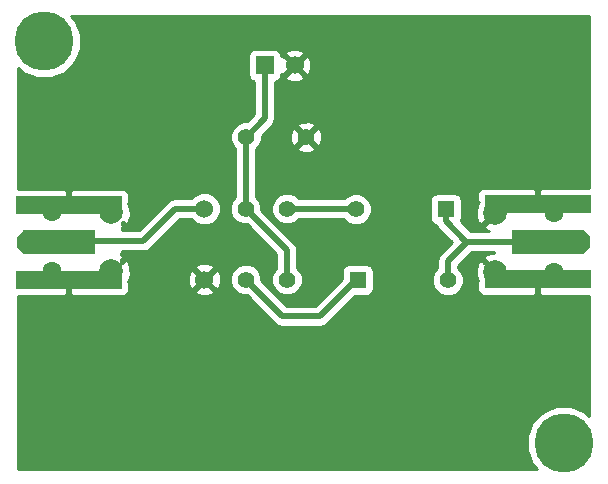
<source format=gbl>
G04 #@! TF.FileFunction,Copper,L2,Bot,Signal*
%FSLAX45Y45*%
G04 Gerber Fmt 4.5, Leading zero omitted, Abs format (unit mm)*
G04 Created by KiCad (PCBNEW (2015-01-25 BZR 5388)-product) date Mo 03 Aug 2015 14:15:33 CEST*
%MOMM*%
G01*
G04 APERTURE LIST*
%ADD10C,0.150000*%
%ADD11C,5.001260*%
%ADD12R,1.524000X1.524000*%
%ADD13C,1.524000*%
%ADD14R,1.422400X1.422400*%
%ADD15C,1.422400*%
%ADD16C,1.397000*%
%ADD17R,8.999220X1.524000*%
%ADD18R,6.096000X1.998980*%
%ADD19C,1.998980*%
%ADD20C,1.600200*%
%ADD21C,0.508000*%
%ADD22C,0.254000*%
G04 APERTURE END LIST*
D10*
D11*
X17100042Y-9900158D03*
X12700000Y-6499860D03*
D12*
X14568932Y-6703060D03*
D13*
X14822932Y-6703060D03*
D14*
X15356078Y-8520938D03*
D15*
X16118078Y-8520938D03*
D14*
X16102076Y-7919974D03*
D15*
X15340076Y-7919974D03*
D16*
X14409928Y-7311898D03*
X14917928Y-7311898D03*
D13*
X14056868Y-7916926D03*
X14056868Y-8516874D03*
D16*
X14406880Y-7916926D03*
X14406880Y-8516874D03*
X14756892Y-7916926D03*
X14756892Y-8516874D03*
D17*
X12910074Y-8519484D03*
D10*
G36*
X12520819Y-8103051D02*
X12520819Y-8302949D01*
X12470781Y-8243005D01*
X12470781Y-8162995D01*
X12520819Y-8103051D01*
X12520819Y-8103051D01*
G37*
D17*
X12910074Y-7887024D03*
D18*
X12826000Y-8203000D03*
D19*
X13020056Y-8197920D03*
D20*
X12770120Y-7947984D03*
X12770120Y-8448110D03*
D19*
X13269992Y-8448110D03*
X13269992Y-7947984D03*
D17*
X16879926Y-7880516D03*
D10*
G36*
X17269181Y-8296949D02*
X17269181Y-8097051D01*
X17319219Y-8156995D01*
X17319219Y-8237005D01*
X17269181Y-8296949D01*
X17269181Y-8296949D01*
G37*
D17*
X16879926Y-8512976D03*
D18*
X16964000Y-8197000D03*
D19*
X16769944Y-8202080D03*
D20*
X17019880Y-8452016D03*
X17019880Y-7951890D03*
D19*
X16520008Y-7951890D03*
X16520008Y-8452016D03*
D21*
X14406880Y-7314946D02*
X14568932Y-7152894D01*
X14568932Y-7152894D02*
X14568932Y-6703060D01*
X14406880Y-7916926D02*
X14406880Y-7314946D01*
X14756892Y-8266938D02*
X14406880Y-7916926D01*
X14756892Y-8516874D02*
X14756892Y-8266938D01*
X16118078Y-8520938D02*
X16118078Y-8361922D01*
X16118078Y-8361922D02*
X16283000Y-8197000D01*
X16964000Y-8197000D02*
X17294200Y-8197000D01*
X16102076Y-7919974D02*
X16102076Y-8022076D01*
X16277000Y-8197000D02*
X16283000Y-8197000D01*
X16283000Y-8197000D02*
X16964000Y-8197000D01*
X16102076Y-8022076D02*
X16277000Y-8197000D01*
X15337028Y-7916926D02*
X15340076Y-7919974D01*
X14756892Y-7916926D02*
X15337028Y-7916926D01*
X15341092Y-8520938D02*
X15034006Y-8828024D01*
X15034006Y-8828024D02*
X14718030Y-8828024D01*
X14718030Y-8828024D02*
X14406880Y-8516874D01*
X15356078Y-8520938D02*
X15341092Y-8520938D01*
X12826000Y-8203000D02*
X12495800Y-8203000D01*
X14056868Y-7916926D02*
X13813074Y-7916926D01*
X13540000Y-8190000D02*
X12839000Y-8190000D01*
X13813074Y-7916926D02*
X13540000Y-8190000D01*
X12839000Y-8190000D02*
X12826000Y-8203000D01*
D22*
G36*
X17317466Y-9674129D02*
X17277893Y-9634487D01*
X17162687Y-9586650D01*
X17037944Y-9586541D01*
X16922655Y-9634177D01*
X16834371Y-9722307D01*
X16786534Y-9837513D01*
X16786425Y-9962256D01*
X16834061Y-10077545D01*
X16873775Y-10117328D01*
X15491942Y-10117328D01*
X15491942Y-8592058D01*
X15491942Y-8449818D01*
X15487244Y-8425606D01*
X15474719Y-8406539D01*
X15474719Y-7893314D01*
X15454268Y-7843817D01*
X15416432Y-7805915D01*
X15366971Y-7785377D01*
X15313416Y-7785331D01*
X15263919Y-7805782D01*
X15241637Y-7828026D01*
X15052521Y-7828026D01*
X15052521Y-7331150D01*
X15049643Y-7278178D01*
X15034908Y-7242605D01*
X15011347Y-7236440D01*
X14993386Y-7254400D01*
X14993386Y-7218479D01*
X14987221Y-7194918D01*
X14963846Y-7186691D01*
X14963846Y-6723830D01*
X14961068Y-6668323D01*
X14945172Y-6629946D01*
X14920953Y-6622999D01*
X14902993Y-6640960D01*
X14902993Y-6605039D01*
X14896046Y-6580820D01*
X14843702Y-6562146D01*
X14788195Y-6564924D01*
X14749818Y-6580820D01*
X14742871Y-6605039D01*
X14822932Y-6685099D01*
X14902993Y-6605039D01*
X14902993Y-6640960D01*
X14840892Y-6703060D01*
X14920953Y-6783121D01*
X14945172Y-6776174D01*
X14963846Y-6723830D01*
X14963846Y-7186691D01*
X14937180Y-7177305D01*
X14902993Y-7179163D01*
X14902993Y-6801081D01*
X14822932Y-6721020D01*
X14742871Y-6801081D01*
X14749818Y-6825300D01*
X14802162Y-6843974D01*
X14857669Y-6841196D01*
X14896046Y-6825300D01*
X14902993Y-6801081D01*
X14902993Y-7179163D01*
X14884208Y-7180183D01*
X14848635Y-7194918D01*
X14842470Y-7218479D01*
X14917928Y-7293937D01*
X14993386Y-7218479D01*
X14993386Y-7254400D01*
X14935888Y-7311898D01*
X15011347Y-7387356D01*
X15034908Y-7381191D01*
X15052521Y-7331150D01*
X15052521Y-7828026D01*
X14993386Y-7828026D01*
X14993386Y-7405317D01*
X14917928Y-7329858D01*
X14899967Y-7347819D01*
X14899967Y-7311898D01*
X14824509Y-7236440D01*
X14800948Y-7242605D01*
X14783335Y-7292646D01*
X14786213Y-7345618D01*
X14800948Y-7381191D01*
X14824509Y-7387356D01*
X14899967Y-7311898D01*
X14899967Y-7347819D01*
X14842470Y-7405317D01*
X14848635Y-7428878D01*
X14898676Y-7446491D01*
X14951648Y-7443613D01*
X14987221Y-7428878D01*
X14993386Y-7405317D01*
X14993386Y-7828026D01*
X14856568Y-7828026D01*
X14832527Y-7803943D01*
X14783533Y-7783599D01*
X14730483Y-7783553D01*
X14681454Y-7803811D01*
X14643909Y-7841291D01*
X14623565Y-7890285D01*
X14623519Y-7943335D01*
X14643777Y-7992364D01*
X14681257Y-8029909D01*
X14730251Y-8050253D01*
X14783301Y-8050299D01*
X14832330Y-8030041D01*
X14856587Y-8005826D01*
X15235563Y-8005826D01*
X15263720Y-8034033D01*
X15313181Y-8054571D01*
X15366736Y-8054617D01*
X15416232Y-8034166D01*
X15454135Y-7996330D01*
X15474673Y-7946869D01*
X15474719Y-7893314D01*
X15474719Y-8406539D01*
X15473265Y-8404325D01*
X15452162Y-8390080D01*
X15427198Y-8385074D01*
X15284958Y-8385074D01*
X15260746Y-8389772D01*
X15239465Y-8403751D01*
X15225220Y-8424854D01*
X15220214Y-8449818D01*
X15220214Y-8516092D01*
X14997182Y-8739124D01*
X14890265Y-8739124D01*
X14890265Y-8490465D01*
X14870007Y-8441436D01*
X14845792Y-8417179D01*
X14845792Y-8266938D01*
X14839025Y-8232917D01*
X14839025Y-8232917D01*
X14819754Y-8204076D01*
X14540223Y-7924546D01*
X14540253Y-7890517D01*
X14519995Y-7841488D01*
X14495780Y-7817231D01*
X14495780Y-7414617D01*
X14522911Y-7387533D01*
X14543255Y-7338539D01*
X14543285Y-7304265D01*
X14631794Y-7215756D01*
X14651065Y-7186915D01*
X14657832Y-7152894D01*
X14657832Y-6841540D01*
X14669344Y-6839306D01*
X14690625Y-6825327D01*
X14704870Y-6804224D01*
X14709876Y-6779260D01*
X14709876Y-6778808D01*
X14724911Y-6783121D01*
X14804971Y-6703060D01*
X14724911Y-6622999D01*
X14709876Y-6627311D01*
X14709876Y-6626860D01*
X14705178Y-6602648D01*
X14691199Y-6581367D01*
X14670096Y-6567122D01*
X14645132Y-6562116D01*
X14492732Y-6562116D01*
X14468520Y-6566814D01*
X14447239Y-6580793D01*
X14432994Y-6601896D01*
X14427988Y-6626860D01*
X14427988Y-6779260D01*
X14432686Y-6803472D01*
X14446665Y-6824753D01*
X14467768Y-6838998D01*
X14480032Y-6841457D01*
X14480032Y-7116070D01*
X14417548Y-7178554D01*
X14383519Y-7178525D01*
X14334490Y-7198783D01*
X14296945Y-7236263D01*
X14276601Y-7285257D01*
X14276555Y-7338307D01*
X14296813Y-7387336D01*
X14317980Y-7408539D01*
X14317980Y-7817250D01*
X14293897Y-7841291D01*
X14273553Y-7890285D01*
X14273507Y-7943335D01*
X14293765Y-7992364D01*
X14331245Y-8029909D01*
X14380239Y-8050253D01*
X14414513Y-8050283D01*
X14667992Y-8303762D01*
X14667992Y-8417198D01*
X14643909Y-8441239D01*
X14623565Y-8490233D01*
X14623519Y-8543283D01*
X14643777Y-8592312D01*
X14681257Y-8629857D01*
X14730251Y-8650201D01*
X14783301Y-8650247D01*
X14832330Y-8629989D01*
X14869875Y-8592509D01*
X14890219Y-8543515D01*
X14890265Y-8490465D01*
X14890265Y-8739124D01*
X14754854Y-8739124D01*
X14540223Y-8524494D01*
X14540253Y-8490465D01*
X14519995Y-8441436D01*
X14482515Y-8403891D01*
X14433521Y-8383547D01*
X14380471Y-8383501D01*
X14331442Y-8403759D01*
X14293897Y-8441239D01*
X14273553Y-8490233D01*
X14273507Y-8543283D01*
X14293765Y-8592312D01*
X14331245Y-8629857D01*
X14380239Y-8650201D01*
X14414513Y-8650231D01*
X14655168Y-8890886D01*
X14684009Y-8910157D01*
X14718030Y-8916924D01*
X15034006Y-8916924D01*
X15068026Y-8910157D01*
X15068027Y-8910157D01*
X15096868Y-8890886D01*
X15330952Y-8656802D01*
X15427198Y-8656802D01*
X15451410Y-8652104D01*
X15472691Y-8638125D01*
X15486936Y-8617022D01*
X15491942Y-8592058D01*
X15491942Y-10117328D01*
X14197782Y-10117328D01*
X14197782Y-8537644D01*
X14195004Y-8482137D01*
X14179108Y-8443760D01*
X14154889Y-8436813D01*
X14136929Y-8454774D01*
X14136929Y-8418853D01*
X14129982Y-8394634D01*
X14077638Y-8375960D01*
X14022131Y-8378738D01*
X13983754Y-8394634D01*
X13976807Y-8418853D01*
X14056868Y-8498914D01*
X14136929Y-8418853D01*
X14136929Y-8454774D01*
X14074828Y-8516874D01*
X14154889Y-8596935D01*
X14179108Y-8589988D01*
X14197782Y-8537644D01*
X14197782Y-10117328D01*
X14136929Y-10117328D01*
X14136929Y-8614895D01*
X14056868Y-8534835D01*
X14038907Y-8552795D01*
X14038907Y-8516874D01*
X13958847Y-8436813D01*
X13934628Y-8443760D01*
X13915954Y-8496104D01*
X13918732Y-8551611D01*
X13934628Y-8589988D01*
X13958847Y-8596935D01*
X14038907Y-8516874D01*
X14038907Y-8552795D01*
X13976807Y-8614895D01*
X13983754Y-8639114D01*
X14036098Y-8657788D01*
X14091605Y-8655010D01*
X14129982Y-8639114D01*
X14136929Y-8614895D01*
X14136929Y-10117328D01*
X12482576Y-10117328D01*
X12482576Y-8659184D01*
X12881499Y-8659184D01*
X12897374Y-8643309D01*
X12897374Y-8532184D01*
X12895374Y-8532184D01*
X12895374Y-8523559D01*
X12895515Y-8523517D01*
X12902248Y-8504784D01*
X12922774Y-8504784D01*
X12922774Y-8506784D01*
X13116198Y-8506784D01*
X13126719Y-8532184D01*
X12922774Y-8532184D01*
X12922774Y-8643309D01*
X12938649Y-8659184D01*
X13372666Y-8659184D01*
X13396005Y-8649517D01*
X13413868Y-8631654D01*
X13423535Y-8608315D01*
X13423535Y-8583053D01*
X13423535Y-8548059D01*
X13411226Y-8535750D01*
X13411888Y-8535506D01*
X13434532Y-8474552D01*
X13432126Y-8409572D01*
X13411888Y-8360714D01*
X13385208Y-8350854D01*
X13356278Y-8379784D01*
X13353984Y-8379784D01*
X13354715Y-8345426D01*
X13367248Y-8332894D01*
X13357388Y-8306213D01*
X13355564Y-8305536D01*
X13356130Y-8278900D01*
X13540000Y-8278900D01*
X13574020Y-8272133D01*
X13574021Y-8272133D01*
X13602862Y-8252862D01*
X13849898Y-8005826D01*
X13948219Y-8005826D01*
X13977631Y-8035289D01*
X14028958Y-8056602D01*
X14084534Y-8056650D01*
X14135898Y-8035427D01*
X14175231Y-7996163D01*
X14196544Y-7944836D01*
X14196592Y-7889260D01*
X14175369Y-7837896D01*
X14136105Y-7798563D01*
X14084778Y-7777250D01*
X14029202Y-7777202D01*
X13977838Y-7798425D01*
X13948185Y-7828026D01*
X13813074Y-7828026D01*
X13779053Y-7834793D01*
X13750212Y-7854064D01*
X13503176Y-8101100D01*
X13359913Y-8101100D01*
X13360321Y-8081943D01*
X13367248Y-8063200D01*
X13360856Y-8056808D01*
X13361496Y-8026724D01*
X13366692Y-8026724D01*
X13385208Y-8045240D01*
X13411888Y-8035380D01*
X13434532Y-7974426D01*
X13432126Y-7909446D01*
X13414673Y-7867311D01*
X13423535Y-7858449D01*
X13423535Y-7823455D01*
X13423535Y-7798193D01*
X13413868Y-7774854D01*
X13396005Y-7756991D01*
X13372666Y-7747324D01*
X12938649Y-7747324D01*
X12922774Y-7763199D01*
X12922774Y-7874324D01*
X13122993Y-7874324D01*
X13113557Y-7899724D01*
X12922774Y-7899724D01*
X12922774Y-7901724D01*
X12907587Y-7901724D01*
X12896238Y-7874324D01*
X12897374Y-7874324D01*
X12897374Y-7763199D01*
X12881499Y-7747324D01*
X12482576Y-7747324D01*
X12482576Y-6725889D01*
X12522149Y-6765531D01*
X12637355Y-6813368D01*
X12762098Y-6813477D01*
X12877387Y-6765841D01*
X12965671Y-6677711D01*
X13013508Y-6562505D01*
X13013617Y-6437762D01*
X12965981Y-6322473D01*
X12926014Y-6282436D01*
X17317466Y-6282436D01*
X17317466Y-7740816D01*
X16908501Y-7740816D01*
X16892626Y-7756691D01*
X16892626Y-7867816D01*
X16894626Y-7867816D01*
X16894626Y-7876441D01*
X16894485Y-7876483D01*
X16887752Y-7895216D01*
X16867226Y-7895216D01*
X16867226Y-7893216D01*
X16673801Y-7893216D01*
X16663280Y-7867816D01*
X16867226Y-7867816D01*
X16867226Y-7756691D01*
X16851351Y-7740816D01*
X16417334Y-7740816D01*
X16393995Y-7750483D01*
X16376132Y-7768346D01*
X16366465Y-7791685D01*
X16366465Y-7816947D01*
X16366465Y-7851941D01*
X16378773Y-7864249D01*
X16378111Y-7864494D01*
X16355468Y-7925448D01*
X16357874Y-7990428D01*
X16378111Y-8039286D01*
X16404792Y-8049146D01*
X16433721Y-8020216D01*
X16469642Y-8020216D01*
X16422752Y-8067106D01*
X16432612Y-8093786D01*
X16471142Y-8108100D01*
X16313824Y-8108100D01*
X16228439Y-8022716D01*
X16232934Y-8016058D01*
X16237940Y-7991094D01*
X16237940Y-7848854D01*
X16233242Y-7824642D01*
X16219263Y-7803361D01*
X16198160Y-7789116D01*
X16173196Y-7784110D01*
X16030956Y-7784110D01*
X16006744Y-7788808D01*
X15985463Y-7802787D01*
X15971218Y-7823890D01*
X15966212Y-7848854D01*
X15966212Y-7991094D01*
X15970910Y-8015306D01*
X15984889Y-8036587D01*
X16005992Y-8050832D01*
X16019432Y-8053527D01*
X16019943Y-8056097D01*
X16039214Y-8084938D01*
X16154276Y-8200000D01*
X16055216Y-8299060D01*
X16035945Y-8327901D01*
X16029178Y-8361922D01*
X16029178Y-8419467D01*
X16004019Y-8444582D01*
X15983481Y-8494043D01*
X15983435Y-8547598D01*
X16003886Y-8597095D01*
X16041722Y-8634997D01*
X16091183Y-8655535D01*
X16144738Y-8655581D01*
X16194234Y-8635130D01*
X16232137Y-8597294D01*
X16252675Y-8547833D01*
X16252721Y-8494278D01*
X16232270Y-8444782D01*
X16206978Y-8419445D01*
X16206978Y-8398746D01*
X16319824Y-8285900D01*
X16507300Y-8285900D01*
X16507300Y-8288925D01*
X16481470Y-8289882D01*
X16432612Y-8310119D01*
X16422752Y-8336800D01*
X16459228Y-8373276D01*
X16423307Y-8373276D01*
X16404792Y-8354760D01*
X16378111Y-8364620D01*
X16355468Y-8425574D01*
X16357874Y-8490554D01*
X16375327Y-8532689D01*
X16366465Y-8541551D01*
X16366465Y-8576545D01*
X16366465Y-8601807D01*
X16376132Y-8625146D01*
X16393995Y-8643009D01*
X16417334Y-8652676D01*
X16851351Y-8652676D01*
X16867226Y-8636801D01*
X16867226Y-8525676D01*
X16667007Y-8525676D01*
X16676443Y-8500276D01*
X16867226Y-8500276D01*
X16867226Y-8498276D01*
X16882412Y-8498276D01*
X16893762Y-8525676D01*
X16892626Y-8525676D01*
X16892626Y-8636801D01*
X16908501Y-8652676D01*
X17317466Y-8652676D01*
X17317466Y-9674129D01*
X17317466Y-9674129D01*
G37*
X17317466Y-9674129D02*
X17277893Y-9634487D01*
X17162687Y-9586650D01*
X17037944Y-9586541D01*
X16922655Y-9634177D01*
X16834371Y-9722307D01*
X16786534Y-9837513D01*
X16786425Y-9962256D01*
X16834061Y-10077545D01*
X16873775Y-10117328D01*
X15491942Y-10117328D01*
X15491942Y-8592058D01*
X15491942Y-8449818D01*
X15487244Y-8425606D01*
X15474719Y-8406539D01*
X15474719Y-7893314D01*
X15454268Y-7843817D01*
X15416432Y-7805915D01*
X15366971Y-7785377D01*
X15313416Y-7785331D01*
X15263919Y-7805782D01*
X15241637Y-7828026D01*
X15052521Y-7828026D01*
X15052521Y-7331150D01*
X15049643Y-7278178D01*
X15034908Y-7242605D01*
X15011347Y-7236440D01*
X14993386Y-7254400D01*
X14993386Y-7218479D01*
X14987221Y-7194918D01*
X14963846Y-7186691D01*
X14963846Y-6723830D01*
X14961068Y-6668323D01*
X14945172Y-6629946D01*
X14920953Y-6622999D01*
X14902993Y-6640960D01*
X14902993Y-6605039D01*
X14896046Y-6580820D01*
X14843702Y-6562146D01*
X14788195Y-6564924D01*
X14749818Y-6580820D01*
X14742871Y-6605039D01*
X14822932Y-6685099D01*
X14902993Y-6605039D01*
X14902993Y-6640960D01*
X14840892Y-6703060D01*
X14920953Y-6783121D01*
X14945172Y-6776174D01*
X14963846Y-6723830D01*
X14963846Y-7186691D01*
X14937180Y-7177305D01*
X14902993Y-7179163D01*
X14902993Y-6801081D01*
X14822932Y-6721020D01*
X14742871Y-6801081D01*
X14749818Y-6825300D01*
X14802162Y-6843974D01*
X14857669Y-6841196D01*
X14896046Y-6825300D01*
X14902993Y-6801081D01*
X14902993Y-7179163D01*
X14884208Y-7180183D01*
X14848635Y-7194918D01*
X14842470Y-7218479D01*
X14917928Y-7293937D01*
X14993386Y-7218479D01*
X14993386Y-7254400D01*
X14935888Y-7311898D01*
X15011347Y-7387356D01*
X15034908Y-7381191D01*
X15052521Y-7331150D01*
X15052521Y-7828026D01*
X14993386Y-7828026D01*
X14993386Y-7405317D01*
X14917928Y-7329858D01*
X14899967Y-7347819D01*
X14899967Y-7311898D01*
X14824509Y-7236440D01*
X14800948Y-7242605D01*
X14783335Y-7292646D01*
X14786213Y-7345618D01*
X14800948Y-7381191D01*
X14824509Y-7387356D01*
X14899967Y-7311898D01*
X14899967Y-7347819D01*
X14842470Y-7405317D01*
X14848635Y-7428878D01*
X14898676Y-7446491D01*
X14951648Y-7443613D01*
X14987221Y-7428878D01*
X14993386Y-7405317D01*
X14993386Y-7828026D01*
X14856568Y-7828026D01*
X14832527Y-7803943D01*
X14783533Y-7783599D01*
X14730483Y-7783553D01*
X14681454Y-7803811D01*
X14643909Y-7841291D01*
X14623565Y-7890285D01*
X14623519Y-7943335D01*
X14643777Y-7992364D01*
X14681257Y-8029909D01*
X14730251Y-8050253D01*
X14783301Y-8050299D01*
X14832330Y-8030041D01*
X14856587Y-8005826D01*
X15235563Y-8005826D01*
X15263720Y-8034033D01*
X15313181Y-8054571D01*
X15366736Y-8054617D01*
X15416232Y-8034166D01*
X15454135Y-7996330D01*
X15474673Y-7946869D01*
X15474719Y-7893314D01*
X15474719Y-8406539D01*
X15473265Y-8404325D01*
X15452162Y-8390080D01*
X15427198Y-8385074D01*
X15284958Y-8385074D01*
X15260746Y-8389772D01*
X15239465Y-8403751D01*
X15225220Y-8424854D01*
X15220214Y-8449818D01*
X15220214Y-8516092D01*
X14997182Y-8739124D01*
X14890265Y-8739124D01*
X14890265Y-8490465D01*
X14870007Y-8441436D01*
X14845792Y-8417179D01*
X14845792Y-8266938D01*
X14839025Y-8232917D01*
X14839025Y-8232917D01*
X14819754Y-8204076D01*
X14540223Y-7924546D01*
X14540253Y-7890517D01*
X14519995Y-7841488D01*
X14495780Y-7817231D01*
X14495780Y-7414617D01*
X14522911Y-7387533D01*
X14543255Y-7338539D01*
X14543285Y-7304265D01*
X14631794Y-7215756D01*
X14651065Y-7186915D01*
X14657832Y-7152894D01*
X14657832Y-6841540D01*
X14669344Y-6839306D01*
X14690625Y-6825327D01*
X14704870Y-6804224D01*
X14709876Y-6779260D01*
X14709876Y-6778808D01*
X14724911Y-6783121D01*
X14804971Y-6703060D01*
X14724911Y-6622999D01*
X14709876Y-6627311D01*
X14709876Y-6626860D01*
X14705178Y-6602648D01*
X14691199Y-6581367D01*
X14670096Y-6567122D01*
X14645132Y-6562116D01*
X14492732Y-6562116D01*
X14468520Y-6566814D01*
X14447239Y-6580793D01*
X14432994Y-6601896D01*
X14427988Y-6626860D01*
X14427988Y-6779260D01*
X14432686Y-6803472D01*
X14446665Y-6824753D01*
X14467768Y-6838998D01*
X14480032Y-6841457D01*
X14480032Y-7116070D01*
X14417548Y-7178554D01*
X14383519Y-7178525D01*
X14334490Y-7198783D01*
X14296945Y-7236263D01*
X14276601Y-7285257D01*
X14276555Y-7338307D01*
X14296813Y-7387336D01*
X14317980Y-7408539D01*
X14317980Y-7817250D01*
X14293897Y-7841291D01*
X14273553Y-7890285D01*
X14273507Y-7943335D01*
X14293765Y-7992364D01*
X14331245Y-8029909D01*
X14380239Y-8050253D01*
X14414513Y-8050283D01*
X14667992Y-8303762D01*
X14667992Y-8417198D01*
X14643909Y-8441239D01*
X14623565Y-8490233D01*
X14623519Y-8543283D01*
X14643777Y-8592312D01*
X14681257Y-8629857D01*
X14730251Y-8650201D01*
X14783301Y-8650247D01*
X14832330Y-8629989D01*
X14869875Y-8592509D01*
X14890219Y-8543515D01*
X14890265Y-8490465D01*
X14890265Y-8739124D01*
X14754854Y-8739124D01*
X14540223Y-8524494D01*
X14540253Y-8490465D01*
X14519995Y-8441436D01*
X14482515Y-8403891D01*
X14433521Y-8383547D01*
X14380471Y-8383501D01*
X14331442Y-8403759D01*
X14293897Y-8441239D01*
X14273553Y-8490233D01*
X14273507Y-8543283D01*
X14293765Y-8592312D01*
X14331245Y-8629857D01*
X14380239Y-8650201D01*
X14414513Y-8650231D01*
X14655168Y-8890886D01*
X14684009Y-8910157D01*
X14718030Y-8916924D01*
X15034006Y-8916924D01*
X15068026Y-8910157D01*
X15068027Y-8910157D01*
X15096868Y-8890886D01*
X15330952Y-8656802D01*
X15427198Y-8656802D01*
X15451410Y-8652104D01*
X15472691Y-8638125D01*
X15486936Y-8617022D01*
X15491942Y-8592058D01*
X15491942Y-10117328D01*
X14197782Y-10117328D01*
X14197782Y-8537644D01*
X14195004Y-8482137D01*
X14179108Y-8443760D01*
X14154889Y-8436813D01*
X14136929Y-8454774D01*
X14136929Y-8418853D01*
X14129982Y-8394634D01*
X14077638Y-8375960D01*
X14022131Y-8378738D01*
X13983754Y-8394634D01*
X13976807Y-8418853D01*
X14056868Y-8498914D01*
X14136929Y-8418853D01*
X14136929Y-8454774D01*
X14074828Y-8516874D01*
X14154889Y-8596935D01*
X14179108Y-8589988D01*
X14197782Y-8537644D01*
X14197782Y-10117328D01*
X14136929Y-10117328D01*
X14136929Y-8614895D01*
X14056868Y-8534835D01*
X14038907Y-8552795D01*
X14038907Y-8516874D01*
X13958847Y-8436813D01*
X13934628Y-8443760D01*
X13915954Y-8496104D01*
X13918732Y-8551611D01*
X13934628Y-8589988D01*
X13958847Y-8596935D01*
X14038907Y-8516874D01*
X14038907Y-8552795D01*
X13976807Y-8614895D01*
X13983754Y-8639114D01*
X14036098Y-8657788D01*
X14091605Y-8655010D01*
X14129982Y-8639114D01*
X14136929Y-8614895D01*
X14136929Y-10117328D01*
X12482576Y-10117328D01*
X12482576Y-8659184D01*
X12881499Y-8659184D01*
X12897374Y-8643309D01*
X12897374Y-8532184D01*
X12895374Y-8532184D01*
X12895374Y-8523559D01*
X12895515Y-8523517D01*
X12902248Y-8504784D01*
X12922774Y-8504784D01*
X12922774Y-8506784D01*
X13116198Y-8506784D01*
X13126719Y-8532184D01*
X12922774Y-8532184D01*
X12922774Y-8643309D01*
X12938649Y-8659184D01*
X13372666Y-8659184D01*
X13396005Y-8649517D01*
X13413868Y-8631654D01*
X13423535Y-8608315D01*
X13423535Y-8583053D01*
X13423535Y-8548059D01*
X13411226Y-8535750D01*
X13411888Y-8535506D01*
X13434532Y-8474552D01*
X13432126Y-8409572D01*
X13411888Y-8360714D01*
X13385208Y-8350854D01*
X13356278Y-8379784D01*
X13353984Y-8379784D01*
X13354715Y-8345426D01*
X13367248Y-8332894D01*
X13357388Y-8306213D01*
X13355564Y-8305536D01*
X13356130Y-8278900D01*
X13540000Y-8278900D01*
X13574020Y-8272133D01*
X13574021Y-8272133D01*
X13602862Y-8252862D01*
X13849898Y-8005826D01*
X13948219Y-8005826D01*
X13977631Y-8035289D01*
X14028958Y-8056602D01*
X14084534Y-8056650D01*
X14135898Y-8035427D01*
X14175231Y-7996163D01*
X14196544Y-7944836D01*
X14196592Y-7889260D01*
X14175369Y-7837896D01*
X14136105Y-7798563D01*
X14084778Y-7777250D01*
X14029202Y-7777202D01*
X13977838Y-7798425D01*
X13948185Y-7828026D01*
X13813074Y-7828026D01*
X13779053Y-7834793D01*
X13750212Y-7854064D01*
X13503176Y-8101100D01*
X13359913Y-8101100D01*
X13360321Y-8081943D01*
X13367248Y-8063200D01*
X13360856Y-8056808D01*
X13361496Y-8026724D01*
X13366692Y-8026724D01*
X13385208Y-8045240D01*
X13411888Y-8035380D01*
X13434532Y-7974426D01*
X13432126Y-7909446D01*
X13414673Y-7867311D01*
X13423535Y-7858449D01*
X13423535Y-7823455D01*
X13423535Y-7798193D01*
X13413868Y-7774854D01*
X13396005Y-7756991D01*
X13372666Y-7747324D01*
X12938649Y-7747324D01*
X12922774Y-7763199D01*
X12922774Y-7874324D01*
X13122993Y-7874324D01*
X13113557Y-7899724D01*
X12922774Y-7899724D01*
X12922774Y-7901724D01*
X12907587Y-7901724D01*
X12896238Y-7874324D01*
X12897374Y-7874324D01*
X12897374Y-7763199D01*
X12881499Y-7747324D01*
X12482576Y-7747324D01*
X12482576Y-6725889D01*
X12522149Y-6765531D01*
X12637355Y-6813368D01*
X12762098Y-6813477D01*
X12877387Y-6765841D01*
X12965671Y-6677711D01*
X13013508Y-6562505D01*
X13013617Y-6437762D01*
X12965981Y-6322473D01*
X12926014Y-6282436D01*
X17317466Y-6282436D01*
X17317466Y-7740816D01*
X16908501Y-7740816D01*
X16892626Y-7756691D01*
X16892626Y-7867816D01*
X16894626Y-7867816D01*
X16894626Y-7876441D01*
X16894485Y-7876483D01*
X16887752Y-7895216D01*
X16867226Y-7895216D01*
X16867226Y-7893216D01*
X16673801Y-7893216D01*
X16663280Y-7867816D01*
X16867226Y-7867816D01*
X16867226Y-7756691D01*
X16851351Y-7740816D01*
X16417334Y-7740816D01*
X16393995Y-7750483D01*
X16376132Y-7768346D01*
X16366465Y-7791685D01*
X16366465Y-7816947D01*
X16366465Y-7851941D01*
X16378773Y-7864249D01*
X16378111Y-7864494D01*
X16355468Y-7925448D01*
X16357874Y-7990428D01*
X16378111Y-8039286D01*
X16404792Y-8049146D01*
X16433721Y-8020216D01*
X16469642Y-8020216D01*
X16422752Y-8067106D01*
X16432612Y-8093786D01*
X16471142Y-8108100D01*
X16313824Y-8108100D01*
X16228439Y-8022716D01*
X16232934Y-8016058D01*
X16237940Y-7991094D01*
X16237940Y-7848854D01*
X16233242Y-7824642D01*
X16219263Y-7803361D01*
X16198160Y-7789116D01*
X16173196Y-7784110D01*
X16030956Y-7784110D01*
X16006744Y-7788808D01*
X15985463Y-7802787D01*
X15971218Y-7823890D01*
X15966212Y-7848854D01*
X15966212Y-7991094D01*
X15970910Y-8015306D01*
X15984889Y-8036587D01*
X16005992Y-8050832D01*
X16019432Y-8053527D01*
X16019943Y-8056097D01*
X16039214Y-8084938D01*
X16154276Y-8200000D01*
X16055216Y-8299060D01*
X16035945Y-8327901D01*
X16029178Y-8361922D01*
X16029178Y-8419467D01*
X16004019Y-8444582D01*
X15983481Y-8494043D01*
X15983435Y-8547598D01*
X16003886Y-8597095D01*
X16041722Y-8634997D01*
X16091183Y-8655535D01*
X16144738Y-8655581D01*
X16194234Y-8635130D01*
X16232137Y-8597294D01*
X16252675Y-8547833D01*
X16252721Y-8494278D01*
X16232270Y-8444782D01*
X16206978Y-8419445D01*
X16206978Y-8398746D01*
X16319824Y-8285900D01*
X16507300Y-8285900D01*
X16507300Y-8288925D01*
X16481470Y-8289882D01*
X16432612Y-8310119D01*
X16422752Y-8336800D01*
X16459228Y-8373276D01*
X16423307Y-8373276D01*
X16404792Y-8354760D01*
X16378111Y-8364620D01*
X16355468Y-8425574D01*
X16357874Y-8490554D01*
X16375327Y-8532689D01*
X16366465Y-8541551D01*
X16366465Y-8576545D01*
X16366465Y-8601807D01*
X16376132Y-8625146D01*
X16393995Y-8643009D01*
X16417334Y-8652676D01*
X16851351Y-8652676D01*
X16867226Y-8636801D01*
X16867226Y-8525676D01*
X16667007Y-8525676D01*
X16676443Y-8500276D01*
X16867226Y-8500276D01*
X16867226Y-8498276D01*
X16882412Y-8498276D01*
X16893762Y-8525676D01*
X16892626Y-8525676D01*
X16892626Y-8636801D01*
X16908501Y-8652676D01*
X17317466Y-8652676D01*
X17317466Y-9674129D01*
M02*

</source>
